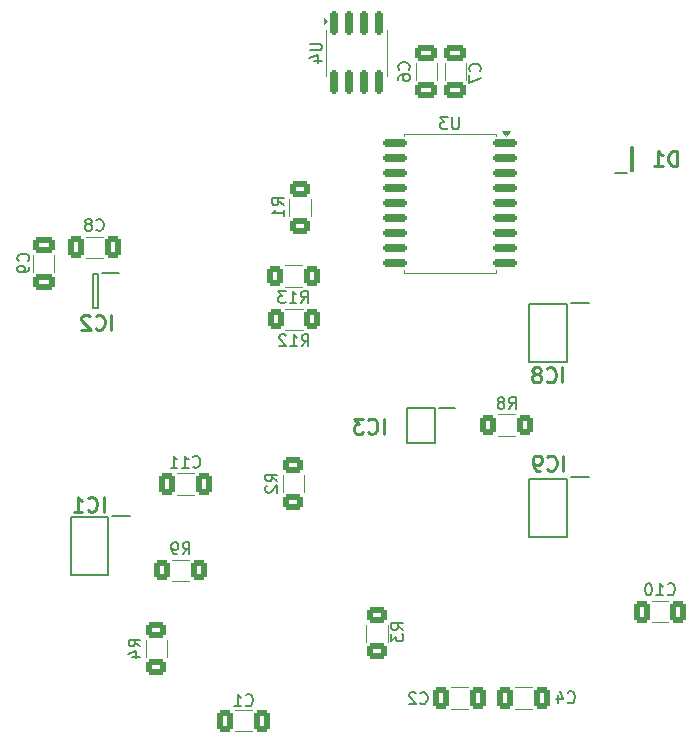
<source format=gbr>
%TF.GenerationSoftware,KiCad,Pcbnew,8.0.1-rc1*%
%TF.CreationDate,2024-11-22T07:55:53-08:00*%
%TF.ProjectId,AMS - CANBus Sensor - Vacuum,414d5320-2d20-4434-914e-427573205365,rev?*%
%TF.SameCoordinates,Original*%
%TF.FileFunction,Legend,Bot*%
%TF.FilePolarity,Positive*%
%FSLAX46Y46*%
G04 Gerber Fmt 4.6, Leading zero omitted, Abs format (unit mm)*
G04 Created by KiCad (PCBNEW 8.0.1-rc1) date 2024-11-22 07:55:53*
%MOMM*%
%LPD*%
G01*
G04 APERTURE LIST*
G04 Aperture macros list*
%AMRoundRect*
0 Rectangle with rounded corners*
0 $1 Rounding radius*
0 $2 $3 $4 $5 $6 $7 $8 $9 X,Y pos of 4 corners*
0 Add a 4 corners polygon primitive as box body*
4,1,4,$2,$3,$4,$5,$6,$7,$8,$9,$2,$3,0*
0 Add four circle primitives for the rounded corners*
1,1,$1+$1,$2,$3*
1,1,$1+$1,$4,$5*
1,1,$1+$1,$6,$7*
1,1,$1+$1,$8,$9*
0 Add four rect primitives between the rounded corners*
20,1,$1+$1,$2,$3,$4,$5,0*
20,1,$1+$1,$4,$5,$6,$7,0*
20,1,$1+$1,$6,$7,$8,$9,0*
20,1,$1+$1,$8,$9,$2,$3,0*%
G04 Aperture macros list end*
%ADD10C,0.150000*%
%ADD11C,0.254000*%
%ADD12C,0.120000*%
%ADD13C,0.200000*%
%ADD14C,2.400000*%
%ADD15R,1.500000X1.500000*%
%ADD16C,1.500000*%
%ADD17C,1.200000*%
%ADD18RoundRect,0.250000X0.400000X0.625000X-0.400000X0.625000X-0.400000X-0.625000X0.400000X-0.625000X0*%
%ADD19R,1.920000X1.920000*%
%ADD20C,1.920000*%
%ADD21R,1.528000X0.650000*%
%ADD22R,1.400000X0.300000*%
%ADD23R,1.400000X0.600000*%
%ADD24R,1.000000X0.550000*%
%ADD25RoundRect,0.250000X0.412500X0.650000X-0.412500X0.650000X-0.412500X-0.650000X0.412500X-0.650000X0*%
%ADD26RoundRect,0.250000X0.650000X-0.412500X0.650000X0.412500X-0.650000X0.412500X-0.650000X-0.412500X0*%
%ADD27C,1.600000*%
%ADD28O,1.600000X1.600000*%
%ADD29R,2.200000X2.200000*%
%ADD30C,2.200000*%
%ADD31R,1.365000X1.365000*%
%ADD32C,1.365000*%
%ADD33R,1.700000X1.700000*%
%ADD34O,1.700000X1.700000*%
%ADD35R,1.600000X1.600000*%
%ADD36R,1.050000X1.500000*%
%ADD37O,1.050000X1.500000*%
%ADD38RoundRect,0.250000X-0.412500X-0.650000X0.412500X-0.650000X0.412500X0.650000X-0.412500X0.650000X0*%
%ADD39RoundRect,0.150000X-0.150000X0.825000X-0.150000X-0.825000X0.150000X-0.825000X0.150000X0.825000X0*%
%ADD40RoundRect,0.250000X-0.625000X0.400000X-0.625000X-0.400000X0.625000X-0.400000X0.625000X0.400000X0*%
%ADD41RoundRect,0.150000X0.875000X0.150000X-0.875000X0.150000X-0.875000X-0.150000X0.875000X-0.150000X0*%
%ADD42RoundRect,0.250000X-0.400000X-0.625000X0.400000X-0.625000X0.400000X0.625000X-0.400000X0.625000X0*%
%ADD43RoundRect,0.250000X-0.650000X0.412500X-0.650000X-0.412500X0.650000X-0.412500X0.650000X0.412500X0*%
G04 APERTURE END LIST*
D10*
X129175866Y-103402719D02*
X129509199Y-102926528D01*
X129747294Y-103402719D02*
X129747294Y-102402719D01*
X129747294Y-102402719D02*
X129366342Y-102402719D01*
X129366342Y-102402719D02*
X129271104Y-102450338D01*
X129271104Y-102450338D02*
X129223485Y-102497957D01*
X129223485Y-102497957D02*
X129175866Y-102593195D01*
X129175866Y-102593195D02*
X129175866Y-102736052D01*
X129175866Y-102736052D02*
X129223485Y-102831290D01*
X129223485Y-102831290D02*
X129271104Y-102878909D01*
X129271104Y-102878909D02*
X129366342Y-102926528D01*
X129366342Y-102926528D02*
X129747294Y-102926528D01*
X128699675Y-103402719D02*
X128509199Y-103402719D01*
X128509199Y-103402719D02*
X128413961Y-103355100D01*
X128413961Y-103355100D02*
X128366342Y-103307480D01*
X128366342Y-103307480D02*
X128271104Y-103164623D01*
X128271104Y-103164623D02*
X128223485Y-102974147D01*
X128223485Y-102974147D02*
X128223485Y-102593195D01*
X128223485Y-102593195D02*
X128271104Y-102497957D01*
X128271104Y-102497957D02*
X128318723Y-102450338D01*
X128318723Y-102450338D02*
X128413961Y-102402719D01*
X128413961Y-102402719D02*
X128604437Y-102402719D01*
X128604437Y-102402719D02*
X128699675Y-102450338D01*
X128699675Y-102450338D02*
X128747294Y-102497957D01*
X128747294Y-102497957D02*
X128794913Y-102593195D01*
X128794913Y-102593195D02*
X128794913Y-102831290D01*
X128794913Y-102831290D02*
X128747294Y-102926528D01*
X128747294Y-102926528D02*
X128699675Y-102974147D01*
X128699675Y-102974147D02*
X128604437Y-103021766D01*
X128604437Y-103021766D02*
X128413961Y-103021766D01*
X128413961Y-103021766D02*
X128318723Y-102974147D01*
X128318723Y-102974147D02*
X128271104Y-102926528D01*
X128271104Y-102926528D02*
X128223485Y-102831290D01*
D11*
X161373880Y-96326394D02*
X161373880Y-95056394D01*
X160043403Y-96205441D02*
X160103879Y-96265918D01*
X160103879Y-96265918D02*
X160285308Y-96326394D01*
X160285308Y-96326394D02*
X160406260Y-96326394D01*
X160406260Y-96326394D02*
X160587689Y-96265918D01*
X160587689Y-96265918D02*
X160708641Y-96144965D01*
X160708641Y-96144965D02*
X160769118Y-96024013D01*
X160769118Y-96024013D02*
X160829594Y-95782108D01*
X160829594Y-95782108D02*
X160829594Y-95600679D01*
X160829594Y-95600679D02*
X160769118Y-95358775D01*
X160769118Y-95358775D02*
X160708641Y-95237822D01*
X160708641Y-95237822D02*
X160587689Y-95116870D01*
X160587689Y-95116870D02*
X160406260Y-95056394D01*
X160406260Y-95056394D02*
X160285308Y-95056394D01*
X160285308Y-95056394D02*
X160103879Y-95116870D01*
X160103879Y-95116870D02*
X160043403Y-95177346D01*
X159438641Y-96326394D02*
X159196737Y-96326394D01*
X159196737Y-96326394D02*
X159075784Y-96265918D01*
X159075784Y-96265918D02*
X159015308Y-96205441D01*
X159015308Y-96205441D02*
X158894356Y-96024013D01*
X158894356Y-96024013D02*
X158833879Y-95782108D01*
X158833879Y-95782108D02*
X158833879Y-95298298D01*
X158833879Y-95298298D02*
X158894356Y-95177346D01*
X158894356Y-95177346D02*
X158954832Y-95116870D01*
X158954832Y-95116870D02*
X159075784Y-95056394D01*
X159075784Y-95056394D02*
X159317689Y-95056394D01*
X159317689Y-95056394D02*
X159438641Y-95116870D01*
X159438641Y-95116870D02*
X159499118Y-95177346D01*
X159499118Y-95177346D02*
X159559594Y-95298298D01*
X159559594Y-95298298D02*
X159559594Y-95600679D01*
X159559594Y-95600679D02*
X159499118Y-95721632D01*
X159499118Y-95721632D02*
X159438641Y-95782108D01*
X159438641Y-95782108D02*
X159317689Y-95842584D01*
X159317689Y-95842584D02*
X159075784Y-95842584D01*
X159075784Y-95842584D02*
X158954832Y-95782108D01*
X158954832Y-95782108D02*
X158894356Y-95721632D01*
X158894356Y-95721632D02*
X158833879Y-95600679D01*
X161331855Y-88859083D02*
X161331855Y-87589083D01*
X160001378Y-88738130D02*
X160061854Y-88798607D01*
X160061854Y-88798607D02*
X160243283Y-88859083D01*
X160243283Y-88859083D02*
X160364235Y-88859083D01*
X160364235Y-88859083D02*
X160545664Y-88798607D01*
X160545664Y-88798607D02*
X160666616Y-88677654D01*
X160666616Y-88677654D02*
X160727093Y-88556702D01*
X160727093Y-88556702D02*
X160787569Y-88314797D01*
X160787569Y-88314797D02*
X160787569Y-88133368D01*
X160787569Y-88133368D02*
X160727093Y-87891464D01*
X160727093Y-87891464D02*
X160666616Y-87770511D01*
X160666616Y-87770511D02*
X160545664Y-87649559D01*
X160545664Y-87649559D02*
X160364235Y-87589083D01*
X160364235Y-87589083D02*
X160243283Y-87589083D01*
X160243283Y-87589083D02*
X160061854Y-87649559D01*
X160061854Y-87649559D02*
X160001378Y-87710035D01*
X159275664Y-88133368D02*
X159396616Y-88072892D01*
X159396616Y-88072892D02*
X159457093Y-88012416D01*
X159457093Y-88012416D02*
X159517569Y-87891464D01*
X159517569Y-87891464D02*
X159517569Y-87830987D01*
X159517569Y-87830987D02*
X159457093Y-87710035D01*
X159457093Y-87710035D02*
X159396616Y-87649559D01*
X159396616Y-87649559D02*
X159275664Y-87589083D01*
X159275664Y-87589083D02*
X159033759Y-87589083D01*
X159033759Y-87589083D02*
X158912807Y-87649559D01*
X158912807Y-87649559D02*
X158852331Y-87710035D01*
X158852331Y-87710035D02*
X158791854Y-87830987D01*
X158791854Y-87830987D02*
X158791854Y-87891464D01*
X158791854Y-87891464D02*
X158852331Y-88012416D01*
X158852331Y-88012416D02*
X158912807Y-88072892D01*
X158912807Y-88072892D02*
X159033759Y-88133368D01*
X159033759Y-88133368D02*
X159275664Y-88133368D01*
X159275664Y-88133368D02*
X159396616Y-88193845D01*
X159396616Y-88193845D02*
X159457093Y-88254321D01*
X159457093Y-88254321D02*
X159517569Y-88375273D01*
X159517569Y-88375273D02*
X159517569Y-88617178D01*
X159517569Y-88617178D02*
X159457093Y-88738130D01*
X159457093Y-88738130D02*
X159396616Y-88798607D01*
X159396616Y-88798607D02*
X159275664Y-88859083D01*
X159275664Y-88859083D02*
X159033759Y-88859083D01*
X159033759Y-88859083D02*
X158912807Y-88798607D01*
X158912807Y-88798607D02*
X158852331Y-88738130D01*
X158852331Y-88738130D02*
X158791854Y-88617178D01*
X158791854Y-88617178D02*
X158791854Y-88375273D01*
X158791854Y-88375273D02*
X158852331Y-88254321D01*
X158852331Y-88254321D02*
X158912807Y-88193845D01*
X158912807Y-88193845D02*
X159033759Y-88133368D01*
X146212010Y-93198606D02*
X146212010Y-91928606D01*
X144881533Y-93077653D02*
X144942009Y-93138130D01*
X144942009Y-93138130D02*
X145123438Y-93198606D01*
X145123438Y-93198606D02*
X145244390Y-93198606D01*
X145244390Y-93198606D02*
X145425819Y-93138130D01*
X145425819Y-93138130D02*
X145546771Y-93017177D01*
X145546771Y-93017177D02*
X145607248Y-92896225D01*
X145607248Y-92896225D02*
X145667724Y-92654320D01*
X145667724Y-92654320D02*
X145667724Y-92472891D01*
X145667724Y-92472891D02*
X145607248Y-92230987D01*
X145607248Y-92230987D02*
X145546771Y-92110034D01*
X145546771Y-92110034D02*
X145425819Y-91989082D01*
X145425819Y-91989082D02*
X145244390Y-91928606D01*
X145244390Y-91928606D02*
X145123438Y-91928606D01*
X145123438Y-91928606D02*
X144942009Y-91989082D01*
X144942009Y-91989082D02*
X144881533Y-92049558D01*
X144458200Y-91928606D02*
X143672009Y-91928606D01*
X143672009Y-91928606D02*
X144095343Y-92412415D01*
X144095343Y-92412415D02*
X143913914Y-92412415D01*
X143913914Y-92412415D02*
X143792962Y-92472891D01*
X143792962Y-92472891D02*
X143732486Y-92533368D01*
X143732486Y-92533368D02*
X143672009Y-92654320D01*
X143672009Y-92654320D02*
X143672009Y-92956701D01*
X143672009Y-92956701D02*
X143732486Y-93077653D01*
X143732486Y-93077653D02*
X143792962Y-93138130D01*
X143792962Y-93138130D02*
X143913914Y-93198606D01*
X143913914Y-93198606D02*
X144276771Y-93198606D01*
X144276771Y-93198606D02*
X144397724Y-93138130D01*
X144397724Y-93138130D02*
X144458200Y-93077653D01*
X123133778Y-84405157D02*
X123133778Y-83135157D01*
X121803301Y-84284204D02*
X121863777Y-84344681D01*
X121863777Y-84344681D02*
X122045206Y-84405157D01*
X122045206Y-84405157D02*
X122166158Y-84405157D01*
X122166158Y-84405157D02*
X122347587Y-84344681D01*
X122347587Y-84344681D02*
X122468539Y-84223728D01*
X122468539Y-84223728D02*
X122529016Y-84102776D01*
X122529016Y-84102776D02*
X122589492Y-83860871D01*
X122589492Y-83860871D02*
X122589492Y-83679442D01*
X122589492Y-83679442D02*
X122529016Y-83437538D01*
X122529016Y-83437538D02*
X122468539Y-83316585D01*
X122468539Y-83316585D02*
X122347587Y-83195633D01*
X122347587Y-83195633D02*
X122166158Y-83135157D01*
X122166158Y-83135157D02*
X122045206Y-83135157D01*
X122045206Y-83135157D02*
X121863777Y-83195633D01*
X121863777Y-83195633D02*
X121803301Y-83256109D01*
X121319492Y-83256109D02*
X121259016Y-83195633D01*
X121259016Y-83195633D02*
X121138063Y-83135157D01*
X121138063Y-83135157D02*
X120835682Y-83135157D01*
X120835682Y-83135157D02*
X120714730Y-83195633D01*
X120714730Y-83195633D02*
X120654254Y-83256109D01*
X120654254Y-83256109D02*
X120593777Y-83377061D01*
X120593777Y-83377061D02*
X120593777Y-83498014D01*
X120593777Y-83498014D02*
X120654254Y-83679442D01*
X120654254Y-83679442D02*
X121379968Y-84405157D01*
X121379968Y-84405157D02*
X120593777Y-84405157D01*
X171031805Y-70538522D02*
X171031805Y-69268522D01*
X171031805Y-69268522D02*
X170729424Y-69268522D01*
X170729424Y-69268522D02*
X170547995Y-69328998D01*
X170547995Y-69328998D02*
X170427043Y-69449950D01*
X170427043Y-69449950D02*
X170366566Y-69570903D01*
X170366566Y-69570903D02*
X170306090Y-69812807D01*
X170306090Y-69812807D02*
X170306090Y-69994236D01*
X170306090Y-69994236D02*
X170366566Y-70236141D01*
X170366566Y-70236141D02*
X170427043Y-70357093D01*
X170427043Y-70357093D02*
X170547995Y-70478046D01*
X170547995Y-70478046D02*
X170729424Y-70538522D01*
X170729424Y-70538522D02*
X171031805Y-70538522D01*
X169096566Y-70538522D02*
X169822281Y-70538522D01*
X169459424Y-70538522D02*
X169459424Y-69268522D01*
X169459424Y-69268522D02*
X169580376Y-69449950D01*
X169580376Y-69449950D02*
X169701328Y-69570903D01*
X169701328Y-69570903D02*
X169822281Y-69631379D01*
D10*
X130055321Y-95983809D02*
X130102940Y-96031429D01*
X130102940Y-96031429D02*
X130245797Y-96079048D01*
X130245797Y-96079048D02*
X130341035Y-96079048D01*
X130341035Y-96079048D02*
X130483892Y-96031429D01*
X130483892Y-96031429D02*
X130579130Y-95936190D01*
X130579130Y-95936190D02*
X130626749Y-95840952D01*
X130626749Y-95840952D02*
X130674368Y-95650476D01*
X130674368Y-95650476D02*
X130674368Y-95507619D01*
X130674368Y-95507619D02*
X130626749Y-95317143D01*
X130626749Y-95317143D02*
X130579130Y-95221905D01*
X130579130Y-95221905D02*
X130483892Y-95126667D01*
X130483892Y-95126667D02*
X130341035Y-95079048D01*
X130341035Y-95079048D02*
X130245797Y-95079048D01*
X130245797Y-95079048D02*
X130102940Y-95126667D01*
X130102940Y-95126667D02*
X130055321Y-95174286D01*
X129102940Y-96079048D02*
X129674368Y-96079048D01*
X129388654Y-96079048D02*
X129388654Y-95079048D01*
X129388654Y-95079048D02*
X129483892Y-95221905D01*
X129483892Y-95221905D02*
X129579130Y-95317143D01*
X129579130Y-95317143D02*
X129674368Y-95364762D01*
X128150559Y-96079048D02*
X128721987Y-96079048D01*
X128436273Y-96079048D02*
X128436273Y-95079048D01*
X128436273Y-95079048D02*
X128531511Y-95221905D01*
X128531511Y-95221905D02*
X128626749Y-95317143D01*
X128626749Y-95317143D02*
X128721987Y-95364762D01*
X116089855Y-78583755D02*
X116137475Y-78536136D01*
X116137475Y-78536136D02*
X116185094Y-78393279D01*
X116185094Y-78393279D02*
X116185094Y-78298041D01*
X116185094Y-78298041D02*
X116137475Y-78155184D01*
X116137475Y-78155184D02*
X116042236Y-78059946D01*
X116042236Y-78059946D02*
X115946998Y-78012327D01*
X115946998Y-78012327D02*
X115756522Y-77964708D01*
X115756522Y-77964708D02*
X115613665Y-77964708D01*
X115613665Y-77964708D02*
X115423189Y-78012327D01*
X115423189Y-78012327D02*
X115327951Y-78059946D01*
X115327951Y-78059946D02*
X115232713Y-78155184D01*
X115232713Y-78155184D02*
X115185094Y-78298041D01*
X115185094Y-78298041D02*
X115185094Y-78393279D01*
X115185094Y-78393279D02*
X115232713Y-78536136D01*
X115232713Y-78536136D02*
X115280332Y-78583755D01*
X116185094Y-79059946D02*
X116185094Y-79250422D01*
X116185094Y-79250422D02*
X116137475Y-79345660D01*
X116137475Y-79345660D02*
X116089855Y-79393279D01*
X116089855Y-79393279D02*
X115946998Y-79488517D01*
X115946998Y-79488517D02*
X115756522Y-79536136D01*
X115756522Y-79536136D02*
X115375570Y-79536136D01*
X115375570Y-79536136D02*
X115280332Y-79488517D01*
X115280332Y-79488517D02*
X115232713Y-79440898D01*
X115232713Y-79440898D02*
X115185094Y-79345660D01*
X115185094Y-79345660D02*
X115185094Y-79155184D01*
X115185094Y-79155184D02*
X115232713Y-79059946D01*
X115232713Y-79059946D02*
X115280332Y-79012327D01*
X115280332Y-79012327D02*
X115375570Y-78964708D01*
X115375570Y-78964708D02*
X115613665Y-78964708D01*
X115613665Y-78964708D02*
X115708903Y-79012327D01*
X115708903Y-79012327D02*
X115756522Y-79059946D01*
X115756522Y-79059946D02*
X115804141Y-79155184D01*
X115804141Y-79155184D02*
X115804141Y-79345660D01*
X115804141Y-79345660D02*
X115756522Y-79440898D01*
X115756522Y-79440898D02*
X115708903Y-79488517D01*
X115708903Y-79488517D02*
X115613665Y-79536136D01*
X121872202Y-75942587D02*
X121919821Y-75990207D01*
X121919821Y-75990207D02*
X122062678Y-76037826D01*
X122062678Y-76037826D02*
X122157916Y-76037826D01*
X122157916Y-76037826D02*
X122300773Y-75990207D01*
X122300773Y-75990207D02*
X122396011Y-75894968D01*
X122396011Y-75894968D02*
X122443630Y-75799730D01*
X122443630Y-75799730D02*
X122491249Y-75609254D01*
X122491249Y-75609254D02*
X122491249Y-75466397D01*
X122491249Y-75466397D02*
X122443630Y-75275921D01*
X122443630Y-75275921D02*
X122396011Y-75180683D01*
X122396011Y-75180683D02*
X122300773Y-75085445D01*
X122300773Y-75085445D02*
X122157916Y-75037826D01*
X122157916Y-75037826D02*
X122062678Y-75037826D01*
X122062678Y-75037826D02*
X121919821Y-75085445D01*
X121919821Y-75085445D02*
X121872202Y-75133064D01*
X121300773Y-75466397D02*
X121396011Y-75418778D01*
X121396011Y-75418778D02*
X121443630Y-75371159D01*
X121443630Y-75371159D02*
X121491249Y-75275921D01*
X121491249Y-75275921D02*
X121491249Y-75228302D01*
X121491249Y-75228302D02*
X121443630Y-75133064D01*
X121443630Y-75133064D02*
X121396011Y-75085445D01*
X121396011Y-75085445D02*
X121300773Y-75037826D01*
X121300773Y-75037826D02*
X121110297Y-75037826D01*
X121110297Y-75037826D02*
X121015059Y-75085445D01*
X121015059Y-75085445D02*
X120967440Y-75133064D01*
X120967440Y-75133064D02*
X120919821Y-75228302D01*
X120919821Y-75228302D02*
X120919821Y-75275921D01*
X120919821Y-75275921D02*
X120967440Y-75371159D01*
X120967440Y-75371159D02*
X121015059Y-75418778D01*
X121015059Y-75418778D02*
X121110297Y-75466397D01*
X121110297Y-75466397D02*
X121300773Y-75466397D01*
X121300773Y-75466397D02*
X121396011Y-75514016D01*
X121396011Y-75514016D02*
X121443630Y-75561635D01*
X121443630Y-75561635D02*
X121491249Y-75656873D01*
X121491249Y-75656873D02*
X121491249Y-75847349D01*
X121491249Y-75847349D02*
X121443630Y-75942587D01*
X121443630Y-75942587D02*
X121396011Y-75990207D01*
X121396011Y-75990207D02*
X121300773Y-76037826D01*
X121300773Y-76037826D02*
X121110297Y-76037826D01*
X121110297Y-76037826D02*
X121015059Y-75990207D01*
X121015059Y-75990207D02*
X120967440Y-75942587D01*
X120967440Y-75942587D02*
X120919821Y-75847349D01*
X120919821Y-75847349D02*
X120919821Y-75656873D01*
X120919821Y-75656873D02*
X120967440Y-75561635D01*
X120967440Y-75561635D02*
X121015059Y-75514016D01*
X121015059Y-75514016D02*
X121110297Y-75466397D01*
X149294612Y-116006397D02*
X149342231Y-116054017D01*
X149342231Y-116054017D02*
X149485088Y-116101636D01*
X149485088Y-116101636D02*
X149580326Y-116101636D01*
X149580326Y-116101636D02*
X149723183Y-116054017D01*
X149723183Y-116054017D02*
X149818421Y-115958778D01*
X149818421Y-115958778D02*
X149866040Y-115863540D01*
X149866040Y-115863540D02*
X149913659Y-115673064D01*
X149913659Y-115673064D02*
X149913659Y-115530207D01*
X149913659Y-115530207D02*
X149866040Y-115339731D01*
X149866040Y-115339731D02*
X149818421Y-115244493D01*
X149818421Y-115244493D02*
X149723183Y-115149255D01*
X149723183Y-115149255D02*
X149580326Y-115101636D01*
X149580326Y-115101636D02*
X149485088Y-115101636D01*
X149485088Y-115101636D02*
X149342231Y-115149255D01*
X149342231Y-115149255D02*
X149294612Y-115196874D01*
X148913659Y-115196874D02*
X148866040Y-115149255D01*
X148866040Y-115149255D02*
X148770802Y-115101636D01*
X148770802Y-115101636D02*
X148532707Y-115101636D01*
X148532707Y-115101636D02*
X148437469Y-115149255D01*
X148437469Y-115149255D02*
X148389850Y-115196874D01*
X148389850Y-115196874D02*
X148342231Y-115292112D01*
X148342231Y-115292112D02*
X148342231Y-115387350D01*
X148342231Y-115387350D02*
X148389850Y-115530207D01*
X148389850Y-115530207D02*
X148961278Y-116101636D01*
X148961278Y-116101636D02*
X148342231Y-116101636D01*
X139954819Y-60175395D02*
X140764342Y-60175395D01*
X140764342Y-60175395D02*
X140859580Y-60223014D01*
X140859580Y-60223014D02*
X140907200Y-60270633D01*
X140907200Y-60270633D02*
X140954819Y-60365871D01*
X140954819Y-60365871D02*
X140954819Y-60556347D01*
X140954819Y-60556347D02*
X140907200Y-60651585D01*
X140907200Y-60651585D02*
X140859580Y-60699204D01*
X140859580Y-60699204D02*
X140764342Y-60746823D01*
X140764342Y-60746823D02*
X139954819Y-60746823D01*
X140288152Y-61651585D02*
X140954819Y-61651585D01*
X139907200Y-61413490D02*
X140621485Y-61175395D01*
X140621485Y-61175395D02*
X140621485Y-61794442D01*
X137749319Y-73856833D02*
X137273128Y-73523500D01*
X137749319Y-73285405D02*
X136749319Y-73285405D01*
X136749319Y-73285405D02*
X136749319Y-73666357D01*
X136749319Y-73666357D02*
X136796938Y-73761595D01*
X136796938Y-73761595D02*
X136844557Y-73809214D01*
X136844557Y-73809214D02*
X136939795Y-73856833D01*
X136939795Y-73856833D02*
X137082652Y-73856833D01*
X137082652Y-73856833D02*
X137177890Y-73809214D01*
X137177890Y-73809214D02*
X137225509Y-73761595D01*
X137225509Y-73761595D02*
X137273128Y-73666357D01*
X137273128Y-73666357D02*
X137273128Y-73285405D01*
X137749319Y-74809214D02*
X137749319Y-74237786D01*
X137749319Y-74523500D02*
X136749319Y-74523500D01*
X136749319Y-74523500D02*
X136892176Y-74428262D01*
X136892176Y-74428262D02*
X136987414Y-74333024D01*
X136987414Y-74333024D02*
X137035033Y-74237786D01*
X125592819Y-111215333D02*
X125116628Y-110882000D01*
X125592819Y-110643905D02*
X124592819Y-110643905D01*
X124592819Y-110643905D02*
X124592819Y-111024857D01*
X124592819Y-111024857D02*
X124640438Y-111120095D01*
X124640438Y-111120095D02*
X124688057Y-111167714D01*
X124688057Y-111167714D02*
X124783295Y-111215333D01*
X124783295Y-111215333D02*
X124926152Y-111215333D01*
X124926152Y-111215333D02*
X125021390Y-111167714D01*
X125021390Y-111167714D02*
X125069009Y-111120095D01*
X125069009Y-111120095D02*
X125116628Y-111024857D01*
X125116628Y-111024857D02*
X125116628Y-110643905D01*
X124926152Y-112072476D02*
X125592819Y-112072476D01*
X124545200Y-111834381D02*
X125259485Y-111596286D01*
X125259485Y-111596286D02*
X125259485Y-112215333D01*
X161772420Y-115924479D02*
X161820039Y-115972099D01*
X161820039Y-115972099D02*
X161962896Y-116019718D01*
X161962896Y-116019718D02*
X162058134Y-116019718D01*
X162058134Y-116019718D02*
X162200991Y-115972099D01*
X162200991Y-115972099D02*
X162296229Y-115876860D01*
X162296229Y-115876860D02*
X162343848Y-115781622D01*
X162343848Y-115781622D02*
X162391467Y-115591146D01*
X162391467Y-115591146D02*
X162391467Y-115448289D01*
X162391467Y-115448289D02*
X162343848Y-115257813D01*
X162343848Y-115257813D02*
X162296229Y-115162575D01*
X162296229Y-115162575D02*
X162200991Y-115067337D01*
X162200991Y-115067337D02*
X162058134Y-115019718D01*
X162058134Y-115019718D02*
X161962896Y-115019718D01*
X161962896Y-115019718D02*
X161820039Y-115067337D01*
X161820039Y-115067337D02*
X161772420Y-115114956D01*
X160915277Y-115353051D02*
X160915277Y-116019718D01*
X161153372Y-114972099D02*
X161391467Y-115686384D01*
X161391467Y-115686384D02*
X160772420Y-115686384D01*
X152568304Y-66410519D02*
X152568304Y-67220042D01*
X152568304Y-67220042D02*
X152520685Y-67315280D01*
X152520685Y-67315280D02*
X152473066Y-67362900D01*
X152473066Y-67362900D02*
X152377828Y-67410519D01*
X152377828Y-67410519D02*
X152187352Y-67410519D01*
X152187352Y-67410519D02*
X152092114Y-67362900D01*
X152092114Y-67362900D02*
X152044495Y-67315280D01*
X152044495Y-67315280D02*
X151996876Y-67220042D01*
X151996876Y-67220042D02*
X151996876Y-66410519D01*
X151615923Y-66410519D02*
X150996876Y-66410519D01*
X150996876Y-66410519D02*
X151330209Y-66791471D01*
X151330209Y-66791471D02*
X151187352Y-66791471D01*
X151187352Y-66791471D02*
X151092114Y-66839090D01*
X151092114Y-66839090D02*
X151044495Y-66886709D01*
X151044495Y-66886709D02*
X150996876Y-66981947D01*
X150996876Y-66981947D02*
X150996876Y-67220042D01*
X150996876Y-67220042D02*
X151044495Y-67315280D01*
X151044495Y-67315280D02*
X151092114Y-67362900D01*
X151092114Y-67362900D02*
X151187352Y-67410519D01*
X151187352Y-67410519D02*
X151473066Y-67410519D01*
X151473066Y-67410519D02*
X151568304Y-67362900D01*
X151568304Y-67362900D02*
X151615923Y-67315280D01*
X147847349Y-109833124D02*
X147371158Y-109499791D01*
X147847349Y-109261696D02*
X146847349Y-109261696D01*
X146847349Y-109261696D02*
X146847349Y-109642648D01*
X146847349Y-109642648D02*
X146894968Y-109737886D01*
X146894968Y-109737886D02*
X146942587Y-109785505D01*
X146942587Y-109785505D02*
X147037825Y-109833124D01*
X147037825Y-109833124D02*
X147180682Y-109833124D01*
X147180682Y-109833124D02*
X147275920Y-109785505D01*
X147275920Y-109785505D02*
X147323539Y-109737886D01*
X147323539Y-109737886D02*
X147371158Y-109642648D01*
X147371158Y-109642648D02*
X147371158Y-109261696D01*
X146847349Y-110166458D02*
X146847349Y-110785505D01*
X146847349Y-110785505D02*
X147228301Y-110452172D01*
X147228301Y-110452172D02*
X147228301Y-110595029D01*
X147228301Y-110595029D02*
X147275920Y-110690267D01*
X147275920Y-110690267D02*
X147323539Y-110737886D01*
X147323539Y-110737886D02*
X147418777Y-110785505D01*
X147418777Y-110785505D02*
X147656872Y-110785505D01*
X147656872Y-110785505D02*
X147752110Y-110737886D01*
X147752110Y-110737886D02*
X147799730Y-110690267D01*
X147799730Y-110690267D02*
X147847349Y-110595029D01*
X147847349Y-110595029D02*
X147847349Y-110309315D01*
X147847349Y-110309315D02*
X147799730Y-110214077D01*
X147799730Y-110214077D02*
X147752110Y-110166458D01*
X134514854Y-116168340D02*
X134562473Y-116215960D01*
X134562473Y-116215960D02*
X134705330Y-116263579D01*
X134705330Y-116263579D02*
X134800568Y-116263579D01*
X134800568Y-116263579D02*
X134943425Y-116215960D01*
X134943425Y-116215960D02*
X135038663Y-116120721D01*
X135038663Y-116120721D02*
X135086282Y-116025483D01*
X135086282Y-116025483D02*
X135133901Y-115835007D01*
X135133901Y-115835007D02*
X135133901Y-115692150D01*
X135133901Y-115692150D02*
X135086282Y-115501674D01*
X135086282Y-115501674D02*
X135038663Y-115406436D01*
X135038663Y-115406436D02*
X134943425Y-115311198D01*
X134943425Y-115311198D02*
X134800568Y-115263579D01*
X134800568Y-115263579D02*
X134705330Y-115263579D01*
X134705330Y-115263579D02*
X134562473Y-115311198D01*
X134562473Y-115311198D02*
X134514854Y-115358817D01*
X133562473Y-116263579D02*
X134133901Y-116263579D01*
X133848187Y-116263579D02*
X133848187Y-115263579D01*
X133848187Y-115263579D02*
X133943425Y-115406436D01*
X133943425Y-115406436D02*
X134038663Y-115501674D01*
X134038663Y-115501674D02*
X134133901Y-115549293D01*
X139181757Y-82119619D02*
X139515090Y-81643428D01*
X139753185Y-82119619D02*
X139753185Y-81119619D01*
X139753185Y-81119619D02*
X139372233Y-81119619D01*
X139372233Y-81119619D02*
X139276995Y-81167238D01*
X139276995Y-81167238D02*
X139229376Y-81214857D01*
X139229376Y-81214857D02*
X139181757Y-81310095D01*
X139181757Y-81310095D02*
X139181757Y-81452952D01*
X139181757Y-81452952D02*
X139229376Y-81548190D01*
X139229376Y-81548190D02*
X139276995Y-81595809D01*
X139276995Y-81595809D02*
X139372233Y-81643428D01*
X139372233Y-81643428D02*
X139753185Y-81643428D01*
X138229376Y-82119619D02*
X138800804Y-82119619D01*
X138515090Y-82119619D02*
X138515090Y-81119619D01*
X138515090Y-81119619D02*
X138610328Y-81262476D01*
X138610328Y-81262476D02*
X138705566Y-81357714D01*
X138705566Y-81357714D02*
X138800804Y-81405333D01*
X137896042Y-81119619D02*
X137276995Y-81119619D01*
X137276995Y-81119619D02*
X137610328Y-81500571D01*
X137610328Y-81500571D02*
X137467471Y-81500571D01*
X137467471Y-81500571D02*
X137372233Y-81548190D01*
X137372233Y-81548190D02*
X137324614Y-81595809D01*
X137324614Y-81595809D02*
X137276995Y-81691047D01*
X137276995Y-81691047D02*
X137276995Y-81929142D01*
X137276995Y-81929142D02*
X137324614Y-82024380D01*
X137324614Y-82024380D02*
X137372233Y-82072000D01*
X137372233Y-82072000D02*
X137467471Y-82119619D01*
X137467471Y-82119619D02*
X137753185Y-82119619D01*
X137753185Y-82119619D02*
X137848423Y-82072000D01*
X137848423Y-82072000D02*
X137896042Y-82024380D01*
X137183919Y-97239133D02*
X136707728Y-96905800D01*
X137183919Y-96667705D02*
X136183919Y-96667705D01*
X136183919Y-96667705D02*
X136183919Y-97048657D01*
X136183919Y-97048657D02*
X136231538Y-97143895D01*
X136231538Y-97143895D02*
X136279157Y-97191514D01*
X136279157Y-97191514D02*
X136374395Y-97239133D01*
X136374395Y-97239133D02*
X136517252Y-97239133D01*
X136517252Y-97239133D02*
X136612490Y-97191514D01*
X136612490Y-97191514D02*
X136660109Y-97143895D01*
X136660109Y-97143895D02*
X136707728Y-97048657D01*
X136707728Y-97048657D02*
X136707728Y-96667705D01*
X136279157Y-97620086D02*
X136231538Y-97667705D01*
X136231538Y-97667705D02*
X136183919Y-97762943D01*
X136183919Y-97762943D02*
X136183919Y-98001038D01*
X136183919Y-98001038D02*
X136231538Y-98096276D01*
X136231538Y-98096276D02*
X136279157Y-98143895D01*
X136279157Y-98143895D02*
X136374395Y-98191514D01*
X136374395Y-98191514D02*
X136469633Y-98191514D01*
X136469633Y-98191514D02*
X136612490Y-98143895D01*
X136612490Y-98143895D02*
X137183919Y-97572467D01*
X137183919Y-97572467D02*
X137183919Y-98191514D01*
X170227457Y-106773280D02*
X170275076Y-106820900D01*
X170275076Y-106820900D02*
X170417933Y-106868519D01*
X170417933Y-106868519D02*
X170513171Y-106868519D01*
X170513171Y-106868519D02*
X170656028Y-106820900D01*
X170656028Y-106820900D02*
X170751266Y-106725661D01*
X170751266Y-106725661D02*
X170798885Y-106630423D01*
X170798885Y-106630423D02*
X170846504Y-106439947D01*
X170846504Y-106439947D02*
X170846504Y-106297090D01*
X170846504Y-106297090D02*
X170798885Y-106106614D01*
X170798885Y-106106614D02*
X170751266Y-106011376D01*
X170751266Y-106011376D02*
X170656028Y-105916138D01*
X170656028Y-105916138D02*
X170513171Y-105868519D01*
X170513171Y-105868519D02*
X170417933Y-105868519D01*
X170417933Y-105868519D02*
X170275076Y-105916138D01*
X170275076Y-105916138D02*
X170227457Y-105963757D01*
X169275076Y-106868519D02*
X169846504Y-106868519D01*
X169560790Y-106868519D02*
X169560790Y-105868519D01*
X169560790Y-105868519D02*
X169656028Y-106011376D01*
X169656028Y-106011376D02*
X169751266Y-106106614D01*
X169751266Y-106106614D02*
X169846504Y-106154233D01*
X168656028Y-105868519D02*
X168560790Y-105868519D01*
X168560790Y-105868519D02*
X168465552Y-105916138D01*
X168465552Y-105916138D02*
X168417933Y-105963757D01*
X168417933Y-105963757D02*
X168370314Y-106058995D01*
X168370314Y-106058995D02*
X168322695Y-106249471D01*
X168322695Y-106249471D02*
X168322695Y-106487566D01*
X168322695Y-106487566D02*
X168370314Y-106678042D01*
X168370314Y-106678042D02*
X168417933Y-106773280D01*
X168417933Y-106773280D02*
X168465552Y-106820900D01*
X168465552Y-106820900D02*
X168560790Y-106868519D01*
X168560790Y-106868519D02*
X168656028Y-106868519D01*
X168656028Y-106868519D02*
X168751266Y-106820900D01*
X168751266Y-106820900D02*
X168798885Y-106773280D01*
X168798885Y-106773280D02*
X168846504Y-106678042D01*
X168846504Y-106678042D02*
X168894123Y-106487566D01*
X168894123Y-106487566D02*
X168894123Y-106249471D01*
X168894123Y-106249471D02*
X168846504Y-106058995D01*
X168846504Y-106058995D02*
X168798885Y-105963757D01*
X168798885Y-105963757D02*
X168751266Y-105916138D01*
X168751266Y-105916138D02*
X168656028Y-105868519D01*
X156783466Y-91099419D02*
X157116799Y-90623228D01*
X157354894Y-91099419D02*
X157354894Y-90099419D01*
X157354894Y-90099419D02*
X156973942Y-90099419D01*
X156973942Y-90099419D02*
X156878704Y-90147038D01*
X156878704Y-90147038D02*
X156831085Y-90194657D01*
X156831085Y-90194657D02*
X156783466Y-90289895D01*
X156783466Y-90289895D02*
X156783466Y-90432752D01*
X156783466Y-90432752D02*
X156831085Y-90527990D01*
X156831085Y-90527990D02*
X156878704Y-90575609D01*
X156878704Y-90575609D02*
X156973942Y-90623228D01*
X156973942Y-90623228D02*
X157354894Y-90623228D01*
X156212037Y-90527990D02*
X156307275Y-90480371D01*
X156307275Y-90480371D02*
X156354894Y-90432752D01*
X156354894Y-90432752D02*
X156402513Y-90337514D01*
X156402513Y-90337514D02*
X156402513Y-90289895D01*
X156402513Y-90289895D02*
X156354894Y-90194657D01*
X156354894Y-90194657D02*
X156307275Y-90147038D01*
X156307275Y-90147038D02*
X156212037Y-90099419D01*
X156212037Y-90099419D02*
X156021561Y-90099419D01*
X156021561Y-90099419D02*
X155926323Y-90147038D01*
X155926323Y-90147038D02*
X155878704Y-90194657D01*
X155878704Y-90194657D02*
X155831085Y-90289895D01*
X155831085Y-90289895D02*
X155831085Y-90337514D01*
X155831085Y-90337514D02*
X155878704Y-90432752D01*
X155878704Y-90432752D02*
X155926323Y-90480371D01*
X155926323Y-90480371D02*
X156021561Y-90527990D01*
X156021561Y-90527990D02*
X156212037Y-90527990D01*
X156212037Y-90527990D02*
X156307275Y-90575609D01*
X156307275Y-90575609D02*
X156354894Y-90623228D01*
X156354894Y-90623228D02*
X156402513Y-90718466D01*
X156402513Y-90718466D02*
X156402513Y-90908942D01*
X156402513Y-90908942D02*
X156354894Y-91004180D01*
X156354894Y-91004180D02*
X156307275Y-91051800D01*
X156307275Y-91051800D02*
X156212037Y-91099419D01*
X156212037Y-91099419D02*
X156021561Y-91099419D01*
X156021561Y-91099419D02*
X155926323Y-91051800D01*
X155926323Y-91051800D02*
X155878704Y-91004180D01*
X155878704Y-91004180D02*
X155831085Y-90908942D01*
X155831085Y-90908942D02*
X155831085Y-90718466D01*
X155831085Y-90718466D02*
X155878704Y-90623228D01*
X155878704Y-90623228D02*
X155926323Y-90575609D01*
X155926323Y-90575609D02*
X156021561Y-90527990D01*
X139248957Y-85791419D02*
X139582290Y-85315228D01*
X139820385Y-85791419D02*
X139820385Y-84791419D01*
X139820385Y-84791419D02*
X139439433Y-84791419D01*
X139439433Y-84791419D02*
X139344195Y-84839038D01*
X139344195Y-84839038D02*
X139296576Y-84886657D01*
X139296576Y-84886657D02*
X139248957Y-84981895D01*
X139248957Y-84981895D02*
X139248957Y-85124752D01*
X139248957Y-85124752D02*
X139296576Y-85219990D01*
X139296576Y-85219990D02*
X139344195Y-85267609D01*
X139344195Y-85267609D02*
X139439433Y-85315228D01*
X139439433Y-85315228D02*
X139820385Y-85315228D01*
X138296576Y-85791419D02*
X138868004Y-85791419D01*
X138582290Y-85791419D02*
X138582290Y-84791419D01*
X138582290Y-84791419D02*
X138677528Y-84934276D01*
X138677528Y-84934276D02*
X138772766Y-85029514D01*
X138772766Y-85029514D02*
X138868004Y-85077133D01*
X137915623Y-84886657D02*
X137868004Y-84839038D01*
X137868004Y-84839038D02*
X137772766Y-84791419D01*
X137772766Y-84791419D02*
X137534671Y-84791419D01*
X137534671Y-84791419D02*
X137439433Y-84839038D01*
X137439433Y-84839038D02*
X137391814Y-84886657D01*
X137391814Y-84886657D02*
X137344195Y-84981895D01*
X137344195Y-84981895D02*
X137344195Y-85077133D01*
X137344195Y-85077133D02*
X137391814Y-85219990D01*
X137391814Y-85219990D02*
X137963242Y-85791419D01*
X137963242Y-85791419D02*
X137344195Y-85791419D01*
X154330147Y-62506861D02*
X154377767Y-62459242D01*
X154377767Y-62459242D02*
X154425386Y-62316385D01*
X154425386Y-62316385D02*
X154425386Y-62221147D01*
X154425386Y-62221147D02*
X154377767Y-62078290D01*
X154377767Y-62078290D02*
X154282528Y-61983052D01*
X154282528Y-61983052D02*
X154187290Y-61935433D01*
X154187290Y-61935433D02*
X153996814Y-61887814D01*
X153996814Y-61887814D02*
X153853957Y-61887814D01*
X153853957Y-61887814D02*
X153663481Y-61935433D01*
X153663481Y-61935433D02*
X153568243Y-61983052D01*
X153568243Y-61983052D02*
X153473005Y-62078290D01*
X153473005Y-62078290D02*
X153425386Y-62221147D01*
X153425386Y-62221147D02*
X153425386Y-62316385D01*
X153425386Y-62316385D02*
X153473005Y-62459242D01*
X153473005Y-62459242D02*
X153520624Y-62506861D01*
X153425386Y-62840195D02*
X153425386Y-63506861D01*
X153425386Y-63506861D02*
X154425386Y-63078290D01*
X148310980Y-62376433D02*
X148358600Y-62328814D01*
X148358600Y-62328814D02*
X148406219Y-62185957D01*
X148406219Y-62185957D02*
X148406219Y-62090719D01*
X148406219Y-62090719D02*
X148358600Y-61947862D01*
X148358600Y-61947862D02*
X148263361Y-61852624D01*
X148263361Y-61852624D02*
X148168123Y-61805005D01*
X148168123Y-61805005D02*
X147977647Y-61757386D01*
X147977647Y-61757386D02*
X147834790Y-61757386D01*
X147834790Y-61757386D02*
X147644314Y-61805005D01*
X147644314Y-61805005D02*
X147549076Y-61852624D01*
X147549076Y-61852624D02*
X147453838Y-61947862D01*
X147453838Y-61947862D02*
X147406219Y-62090719D01*
X147406219Y-62090719D02*
X147406219Y-62185957D01*
X147406219Y-62185957D02*
X147453838Y-62328814D01*
X147453838Y-62328814D02*
X147501457Y-62376433D01*
X147406219Y-63233576D02*
X147406219Y-63043100D01*
X147406219Y-63043100D02*
X147453838Y-62947862D01*
X147453838Y-62947862D02*
X147501457Y-62900243D01*
X147501457Y-62900243D02*
X147644314Y-62805005D01*
X147644314Y-62805005D02*
X147834790Y-62757386D01*
X147834790Y-62757386D02*
X148215742Y-62757386D01*
X148215742Y-62757386D02*
X148310980Y-62805005D01*
X148310980Y-62805005D02*
X148358600Y-62852624D01*
X148358600Y-62852624D02*
X148406219Y-62947862D01*
X148406219Y-62947862D02*
X148406219Y-63138338D01*
X148406219Y-63138338D02*
X148358600Y-63233576D01*
X148358600Y-63233576D02*
X148310980Y-63281195D01*
X148310980Y-63281195D02*
X148215742Y-63328814D01*
X148215742Y-63328814D02*
X147977647Y-63328814D01*
X147977647Y-63328814D02*
X147882409Y-63281195D01*
X147882409Y-63281195D02*
X147834790Y-63233576D01*
X147834790Y-63233576D02*
X147787171Y-63138338D01*
X147787171Y-63138338D02*
X147787171Y-62947862D01*
X147787171Y-62947862D02*
X147834790Y-62852624D01*
X147834790Y-62852624D02*
X147882409Y-62805005D01*
X147882409Y-62805005D02*
X147977647Y-62757386D01*
D11*
X122474831Y-99821709D02*
X122474831Y-98551709D01*
X121144354Y-99700756D02*
X121204830Y-99761233D01*
X121204830Y-99761233D02*
X121386259Y-99821709D01*
X121386259Y-99821709D02*
X121507211Y-99821709D01*
X121507211Y-99821709D02*
X121688640Y-99761233D01*
X121688640Y-99761233D02*
X121809592Y-99640280D01*
X121809592Y-99640280D02*
X121870069Y-99519328D01*
X121870069Y-99519328D02*
X121930545Y-99277423D01*
X121930545Y-99277423D02*
X121930545Y-99095994D01*
X121930545Y-99095994D02*
X121870069Y-98854090D01*
X121870069Y-98854090D02*
X121809592Y-98733137D01*
X121809592Y-98733137D02*
X121688640Y-98612185D01*
X121688640Y-98612185D02*
X121507211Y-98551709D01*
X121507211Y-98551709D02*
X121386259Y-98551709D01*
X121386259Y-98551709D02*
X121204830Y-98612185D01*
X121204830Y-98612185D02*
X121144354Y-98672661D01*
X119934830Y-99821709D02*
X120660545Y-99821709D01*
X120297688Y-99821709D02*
X120297688Y-98551709D01*
X120297688Y-98551709D02*
X120418640Y-98733137D01*
X120418640Y-98733137D02*
X120539592Y-98854090D01*
X120539592Y-98854090D02*
X120660545Y-98914566D01*
D12*
%TO.C,R9*%
X128282136Y-103857900D02*
X129736264Y-103857900D01*
X128282136Y-105677900D02*
X129736264Y-105677900D01*
D13*
%TO.C,IC9*%
X158501900Y-97015200D02*
X161697900Y-97015200D01*
X158501900Y-101919200D02*
X158501900Y-97015200D01*
X161697900Y-101919200D02*
X158501900Y-101919200D01*
X161697900Y-97015200D02*
X161697900Y-101919200D01*
X162047900Y-96887200D02*
X163574900Y-96887200D01*
%TO.C,IC8*%
X158531700Y-82247100D02*
X161727700Y-82247100D01*
X158531700Y-87151100D02*
X158531700Y-82247100D01*
X161727700Y-87151100D02*
X158531700Y-87151100D01*
X161727700Y-82247100D02*
X161727700Y-87151100D01*
X162077700Y-82119100D02*
X163604700Y-82119100D01*
%TO.C,IC3*%
X148206800Y-91002700D02*
X150506800Y-91002700D01*
X148206800Y-94002700D02*
X148206800Y-91002700D01*
X150506800Y-94002700D02*
X148206800Y-94002700D01*
X150506800Y-91002700D02*
X150506800Y-94002700D01*
X150856800Y-91002700D02*
X152256800Y-91002700D01*
%TO.C,IC2*%
X121597500Y-79684900D02*
X121997500Y-79684900D01*
X121597500Y-82584900D02*
X121597500Y-79684900D01*
X121997500Y-82584900D02*
X121597500Y-82584900D01*
X121997500Y-79684900D02*
X121997500Y-82584900D01*
X122347500Y-79634900D02*
X123747500Y-79634900D01*
%TO.C,D1*%
X167310202Y-70929772D02*
X167110202Y-70929772D01*
X167310202Y-68929772D02*
X167310202Y-70929772D01*
X167110202Y-68929772D02*
X167310202Y-68929772D01*
X167110202Y-70929772D02*
X167110202Y-68929772D01*
X166760202Y-71104772D02*
X165760202Y-71104772D01*
D12*
%TO.C,C11*%
X128701212Y-96564229D02*
X130123716Y-96564229D01*
X128701212Y-98384229D02*
X130123716Y-98384229D01*
%TO.C,C9*%
X118307143Y-78054119D02*
X118307143Y-79476623D01*
X116487143Y-78054119D02*
X116487143Y-79476623D01*
%TO.C,C8*%
X120994284Y-76523007D02*
X122416788Y-76523007D01*
X120994284Y-78343007D02*
X122416788Y-78343007D01*
%TO.C,C2*%
X153344852Y-114675900D02*
X151922348Y-114675900D01*
X153344852Y-116495900D02*
X151922348Y-116495900D01*
%TO.C,U4*%
X141340000Y-58987300D02*
X141340000Y-60937300D01*
X141340000Y-62887300D02*
X141340000Y-60937300D01*
X146460000Y-58987300D02*
X146460000Y-60937300D01*
X146460000Y-62887300D02*
X146460000Y-60937300D01*
X141435000Y-58237300D02*
X141105000Y-58477300D01*
X141105000Y-57997300D01*
X141435000Y-58237300D01*
G36*
X141435000Y-58237300D02*
G01*
X141105000Y-58477300D01*
X141105000Y-57997300D01*
X141435000Y-58237300D01*
G37*
%TO.C,R1*%
X138204500Y-74750564D02*
X138204500Y-73296436D01*
X140024500Y-74750564D02*
X140024500Y-73296436D01*
%TO.C,R4*%
X126048000Y-112109064D02*
X126048000Y-110654936D01*
X127868000Y-112109064D02*
X127868000Y-110654936D01*
%TO.C,C4*%
X157299848Y-114651000D02*
X158722352Y-114651000D01*
X157299848Y-116471000D02*
X158722352Y-116471000D01*
%TO.C,U3*%
X147946400Y-67790700D02*
X151806400Y-67790700D01*
X147946400Y-68035700D02*
X147946400Y-67790700D01*
X147946400Y-79315700D02*
X147946400Y-79560700D01*
X147946400Y-79560700D02*
X151806400Y-79560700D01*
X155666400Y-67790700D02*
X151806400Y-67790700D01*
X155666400Y-68035700D02*
X155666400Y-67790700D01*
X155666400Y-79315700D02*
X155666400Y-79560700D01*
X155666400Y-79560700D02*
X151806400Y-79560700D01*
X156518900Y-68035700D02*
X156178900Y-67565700D01*
X156858900Y-67565700D01*
X156518900Y-68035700D01*
G36*
X156518900Y-68035700D02*
G01*
X156178900Y-67565700D01*
X156858900Y-67565700D01*
X156518900Y-68035700D01*
G37*
%TO.C,R3*%
X144734300Y-110815964D02*
X144734300Y-109361836D01*
X146554300Y-110815964D02*
X146554300Y-109361836D01*
%TO.C,C1*%
X133603948Y-116587000D02*
X135026452Y-116587000D01*
X133603948Y-118407000D02*
X135026452Y-118407000D01*
%TO.C,R13*%
X139265964Y-78934800D02*
X137811836Y-78934800D01*
X139265964Y-80754800D02*
X137811836Y-80754800D01*
%TO.C,R2*%
X137639100Y-98132864D02*
X137639100Y-96678736D01*
X139459100Y-98132864D02*
X139459100Y-96678736D01*
%TO.C,C10*%
X168873348Y-107353700D02*
X170295852Y-107353700D01*
X168873348Y-109173700D02*
X170295852Y-109173700D01*
%TO.C,R8*%
X155889736Y-91554600D02*
X157343864Y-91554600D01*
X155889736Y-93374600D02*
X157343864Y-93374600D01*
%TO.C,R12*%
X139333164Y-82606600D02*
X137879036Y-82606600D01*
X139333164Y-84426600D02*
X137879036Y-84426600D01*
%TO.C,C7*%
X151361300Y-63250652D02*
X151361300Y-61828148D01*
X153181300Y-63250652D02*
X153181300Y-61828148D01*
%TO.C,C6*%
X148891400Y-63254352D02*
X148891400Y-61831848D01*
X150711400Y-63254352D02*
X150711400Y-61831848D01*
D13*
%TO.C,IC1*%
X119680900Y-100270100D02*
X122876900Y-100270100D01*
X119680900Y-105174100D02*
X119680900Y-100270100D01*
X122876900Y-100270100D02*
X122876900Y-105174100D01*
X122876900Y-105174100D02*
X119680900Y-105174100D01*
X123226900Y-100142100D02*
X124753900Y-100142100D01*
%TD*%
%LPC*%
D14*
%TO.C,U5*%
X134999500Y-70018000D03*
X134999500Y-73418000D03*
X125079500Y-70018000D03*
X125079500Y-73418000D03*
%TD*%
D15*
%TO.C,Reset1*%
X130246900Y-113672200D03*
D16*
X123746900Y-113672200D03*
X130246900Y-109172200D03*
X123746900Y-109172200D03*
%TD*%
D17*
%TO.C,R15*%
X157647100Y-104798200D03*
X173147100Y-104798200D03*
%TD*%
%TO.C,R14*%
X159993000Y-79369700D03*
X175493000Y-79369700D03*
%TD*%
D18*
%TO.C,R9*%
X130559200Y-104767900D03*
X127459200Y-104767900D03*
%TD*%
D19*
%TO.C,Q1*%
X142661000Y-73200500D03*
D20*
X142661000Y-70660500D03*
X142661000Y-68120500D03*
%TD*%
D21*
%TO.C,IC9*%
X162810900Y-97562200D03*
X162810900Y-98832200D03*
X162810900Y-100102200D03*
X162810900Y-101372200D03*
X157388900Y-101372200D03*
X157388900Y-100102200D03*
X157388900Y-98832200D03*
X157388900Y-97562200D03*
%TD*%
%TO.C,IC8*%
X162840700Y-82794100D03*
X162840700Y-84064100D03*
X162840700Y-85334100D03*
X162840700Y-86604100D03*
X157418700Y-86604100D03*
X157418700Y-85334100D03*
X157418700Y-84064100D03*
X157418700Y-82794100D03*
%TD*%
D22*
%TO.C,IC3*%
X151556800Y-91502700D03*
X151556800Y-92002700D03*
X151556800Y-92502700D03*
X151556800Y-93002700D03*
X151556800Y-93502700D03*
X147156800Y-93502700D03*
X147156800Y-93002700D03*
X147156800Y-92502700D03*
X147156800Y-92002700D03*
X147156800Y-91502700D03*
%TD*%
D23*
%TO.C,IC2*%
X123047500Y-80184900D03*
X123047500Y-81134900D03*
X123047500Y-82084900D03*
X120547500Y-82084900D03*
X120547500Y-80184900D03*
%TD*%
D24*
%TO.C,D1*%
X166260202Y-70579772D03*
X166260202Y-69279772D03*
X168160202Y-69929772D03*
%TD*%
D25*
%TO.C,C11*%
X130974964Y-97474229D03*
X127849964Y-97474229D03*
%TD*%
D26*
%TO.C,C9*%
X117397143Y-80327871D03*
X117397143Y-77202871D03*
%TD*%
D25*
%TO.C,C8*%
X123268036Y-77433007D03*
X120143036Y-77433007D03*
%TD*%
D27*
%TO.C,R7*%
X157377500Y-59141700D03*
D28*
X159917500Y-59141700D03*
%TD*%
D29*
%TO.C,J1*%
X161878800Y-75088800D03*
D30*
X161878800Y-72548800D03*
X161878800Y-70008800D03*
X161878800Y-67468800D03*
%TD*%
D31*
%TO.C,IC6*%
X154212600Y-103245600D03*
D32*
X154212600Y-100745600D03*
X154212600Y-98245600D03*
X154212600Y-95745600D03*
%TD*%
D27*
%TO.C,NTC1*%
X145636900Y-114199700D03*
D28*
X145636900Y-116739700D03*
%TD*%
D33*
%TO.C,J3*%
X146254600Y-120744200D03*
D34*
X143714600Y-120744200D03*
X141174600Y-120744200D03*
X138634600Y-120744200D03*
X136094600Y-120744200D03*
X133554600Y-120744200D03*
%TD*%
D31*
%TO.C,IC4*%
X154212600Y-88411000D03*
D32*
X154212600Y-85911000D03*
X154212600Y-83411000D03*
X154212600Y-80911000D03*
%TD*%
D27*
%TO.C,R6*%
X138245100Y-59523000D03*
D28*
X138245100Y-62063000D03*
%TD*%
D33*
%TO.C,Powerboard1*%
X130976300Y-87552600D03*
D34*
X130976300Y-90092600D03*
X130976300Y-92632600D03*
%TD*%
D35*
%TO.C,U2*%
X134701200Y-78351400D03*
D28*
X134701200Y-80891400D03*
X134701200Y-83431400D03*
X134701200Y-85971400D03*
X134701200Y-88511400D03*
X134701200Y-91051400D03*
X134701200Y-93591400D03*
X134701200Y-96131400D03*
X134701200Y-98671400D03*
X134701200Y-101211400D03*
X134701200Y-103751400D03*
X134701200Y-106291400D03*
X134701200Y-108831400D03*
X134701200Y-111371400D03*
X142321200Y-111371400D03*
X142321200Y-108831400D03*
X142321200Y-106291400D03*
X142321200Y-103751400D03*
X142321200Y-101211400D03*
X142321200Y-98671400D03*
X142321200Y-96131400D03*
X142321200Y-93591400D03*
X142321200Y-91051400D03*
X142321200Y-88511400D03*
X142321200Y-85971400D03*
X142321200Y-83431400D03*
X142321200Y-80891400D03*
X142321200Y-78351400D03*
%TD*%
D33*
%TO.C,J5*%
X157311000Y-62619500D03*
D34*
X159851000Y-62619500D03*
%TD*%
D16*
%TO.C,Y2*%
X153001300Y-110501200D03*
X157881300Y-110501200D03*
%TD*%
%TO.C,Y1*%
X152976400Y-119755600D03*
X157856400Y-119755600D03*
%TD*%
D36*
%TO.C,U1*%
X169814800Y-111629200D03*
D37*
X168544800Y-111629200D03*
X167274800Y-111629200D03*
%TD*%
D38*
%TO.C,C2*%
X151071100Y-115585900D03*
X154196100Y-115585900D03*
%TD*%
D39*
%TO.C,U4*%
X141995000Y-58462300D03*
X143265000Y-58462300D03*
X144535000Y-58462300D03*
X145805000Y-58462300D03*
X145805000Y-63412300D03*
X144535000Y-63412300D03*
X143265000Y-63412300D03*
X141995000Y-63412300D03*
%TD*%
D40*
%TO.C,R1*%
X139114500Y-72473500D03*
X139114500Y-75573500D03*
%TD*%
%TO.C,R4*%
X126958000Y-109832000D03*
X126958000Y-112932000D03*
%TD*%
D25*
%TO.C,C4*%
X159573600Y-115561000D03*
X156448600Y-115561000D03*
%TD*%
D41*
%TO.C,U3*%
X156456400Y-68595700D03*
X156456400Y-69865700D03*
X156456400Y-71135700D03*
X156456400Y-72405700D03*
X156456400Y-73675700D03*
X156456400Y-74945700D03*
X156456400Y-76215700D03*
X156456400Y-77485700D03*
X156456400Y-78755700D03*
X147156400Y-78755700D03*
X147156400Y-77485700D03*
X147156400Y-76215700D03*
X147156400Y-74945700D03*
X147156400Y-73675700D03*
X147156400Y-72405700D03*
X147156400Y-71135700D03*
X147156400Y-69865700D03*
X147156400Y-68595700D03*
%TD*%
D40*
%TO.C,R3*%
X145644300Y-108538900D03*
X145644300Y-111638900D03*
%TD*%
D25*
%TO.C,C1*%
X135877700Y-117497000D03*
X132752700Y-117497000D03*
%TD*%
D42*
%TO.C,R13*%
X136988900Y-79844800D03*
X140088900Y-79844800D03*
%TD*%
D40*
%TO.C,R2*%
X138549100Y-95855800D03*
X138549100Y-98955800D03*
%TD*%
D25*
%TO.C,C10*%
X171147100Y-108263700D03*
X168022100Y-108263700D03*
%TD*%
D18*
%TO.C,R8*%
X158166800Y-92464600D03*
X155066800Y-92464600D03*
%TD*%
D42*
%TO.C,R12*%
X137056100Y-83516600D03*
X140156100Y-83516600D03*
%TD*%
D43*
%TO.C,C7*%
X152271300Y-60976900D03*
X152271300Y-64101900D03*
%TD*%
%TO.C,C6*%
X149801400Y-60980600D03*
X149801400Y-64105600D03*
%TD*%
D21*
%TO.C,IC1*%
X123989900Y-100817100D03*
X123989900Y-102087100D03*
X123989900Y-103357100D03*
X123989900Y-104627100D03*
X118567900Y-104627100D03*
X118567900Y-103357100D03*
X118567900Y-102087100D03*
X118567900Y-100817100D03*
%TD*%
%LPD*%
M02*

</source>
